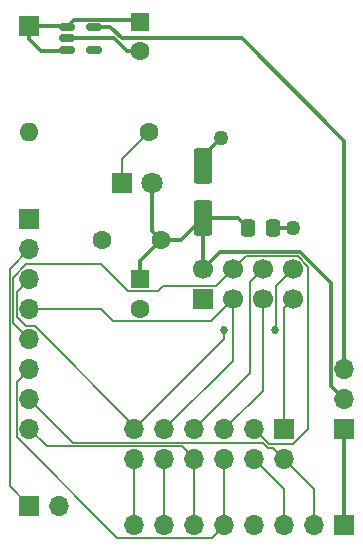
<source format=gbr>
%TF.GenerationSoftware,KiCad,Pcbnew,(7.0.0)*%
%TF.CreationDate,2024-08-26T11:17:35-04:00*%
%TF.ProjectId,nrf24l01_bob,6e726632-346c-4303-915f-626f622e6b69,rev?*%
%TF.SameCoordinates,Original*%
%TF.FileFunction,Copper,L1,Top*%
%TF.FilePolarity,Positive*%
%FSLAX46Y46*%
G04 Gerber Fmt 4.6, Leading zero omitted, Abs format (unit mm)*
G04 Created by KiCad (PCBNEW (7.0.0)) date 2024-08-26 11:17:35*
%MOMM*%
%LPD*%
G01*
G04 APERTURE LIST*
G04 Aperture macros list*
%AMRoundRect*
0 Rectangle with rounded corners*
0 $1 Rounding radius*
0 $2 $3 $4 $5 $6 $7 $8 $9 X,Y pos of 4 corners*
0 Add a 4 corners polygon primitive as box body*
4,1,4,$2,$3,$4,$5,$6,$7,$8,$9,$2,$3,0*
0 Add four circle primitives for the rounded corners*
1,1,$1+$1,$2,$3*
1,1,$1+$1,$4,$5*
1,1,$1+$1,$6,$7*
1,1,$1+$1,$8,$9*
0 Add four rect primitives between the rounded corners*
20,1,$1+$1,$2,$3,$4,$5,0*
20,1,$1+$1,$4,$5,$6,$7,0*
20,1,$1+$1,$6,$7,$8,$9,0*
20,1,$1+$1,$8,$9,$2,$3,0*%
G04 Aperture macros list end*
%TA.AperFunction,ComponentPad*%
%ADD10C,1.600000*%
%TD*%
%TA.AperFunction,ComponentPad*%
%ADD11O,1.600000X1.600000*%
%TD*%
%TA.AperFunction,ComponentPad*%
%ADD12R,1.800000X1.800000*%
%TD*%
%TA.AperFunction,ComponentPad*%
%ADD13C,1.800000*%
%TD*%
%TA.AperFunction,ComponentPad*%
%ADD14R,1.600000X1.600000*%
%TD*%
%TA.AperFunction,SMDPad,CuDef*%
%ADD15RoundRect,0.250000X-0.337500X-0.475000X0.337500X-0.475000X0.337500X0.475000X-0.337500X0.475000X0*%
%TD*%
%TA.AperFunction,SMDPad,CuDef*%
%ADD16RoundRect,0.250000X0.550000X-1.250000X0.550000X1.250000X-0.550000X1.250000X-0.550000X-1.250000X0*%
%TD*%
%TA.AperFunction,ComponentPad*%
%ADD17O,1.700000X1.700000*%
%TD*%
%TA.AperFunction,ComponentPad*%
%ADD18R,1.700000X1.700000*%
%TD*%
%TA.AperFunction,SMDPad,CuDef*%
%ADD19RoundRect,0.150000X-0.512500X-0.150000X0.512500X-0.150000X0.512500X0.150000X-0.512500X0.150000X0*%
%TD*%
%TA.AperFunction,ComponentPad*%
%ADD20C,1.700000*%
%TD*%
%TA.AperFunction,ViaPad*%
%ADD21C,0.685800*%
%TD*%
%TA.AperFunction,ViaPad*%
%ADD22C,1.270000*%
%TD*%
%TA.AperFunction,Conductor*%
%ADD23C,0.152400*%
%TD*%
%TA.AperFunction,Conductor*%
%ADD24C,0.304800*%
%TD*%
G04 APERTURE END LIST*
D10*
%TO.P,R1,1*%
%TO.N,Net-(D1-K)*%
X135382000Y-93218000D03*
D11*
%TO.P,R1,2*%
%TO.N,GND*%
X125221999Y-93217999D03*
%TD*%
D12*
%TO.P,D1,1,K*%
%TO.N,Net-(D1-K)*%
X133090999Y-97535999D03*
D13*
%TO.P,D1,2,A*%
%TO.N,/nrf_3v3*%
X135631000Y-97536000D03*
%TD*%
D14*
%TO.P,C5,1*%
%TO.N,/ext_5v*%
X134619999Y-83884887D03*
D10*
%TO.P,C5,2*%
%TO.N,GND*%
X134620000Y-86384888D03*
%TD*%
D15*
%TO.P,C4,1*%
%TO.N,/nrf_3v3*%
X143742500Y-101346000D03*
%TO.P,C4,2*%
%TO.N,GND*%
X145817500Y-101346000D03*
%TD*%
D16*
%TO.P,C3,1*%
%TO.N,/nrf_3v3*%
X139954000Y-100498000D03*
%TO.P,C3,2*%
%TO.N,GND*%
X139954000Y-96098000D03*
%TD*%
D10*
%TO.P,C2,1*%
%TO.N,/nrf_3v3*%
X136398000Y-102362000D03*
%TO.P,C2,2*%
%TO.N,GND*%
X131398000Y-102362000D03*
%TD*%
D14*
%TO.P,C1,1*%
%TO.N,/nrf_3v3*%
X134619999Y-105663999D03*
D10*
%TO.P,C1,2*%
%TO.N,GND*%
X134620000Y-108164000D03*
%TD*%
D17*
%TO.P,J12,12,Pin_12*%
%TO.N,/irq*%
X134111999Y-120903999D03*
%TO.P,J12,11,Pin_11*%
X134111999Y-118363999D03*
%TO.P,J12,10,Pin_10*%
%TO.N,/ce*%
X136651999Y-120903999D03*
%TO.P,J12,9,Pin_9*%
X136651999Y-118363999D03*
%TO.P,J12,8,Pin_8*%
%TO.N,/mosi*%
X139191999Y-120903999D03*
%TO.P,J12,7,Pin_7*%
X139191999Y-118363999D03*
%TO.P,J12,6,Pin_6*%
%TO.N,/sck*%
X141731999Y-120903999D03*
%TO.P,J12,5,Pin_5*%
X141731999Y-118363999D03*
%TO.P,J12,4,Pin_4*%
%TO.N,/csn*%
X144271999Y-120903999D03*
%TO.P,J12,3,Pin_3*%
X144271999Y-118363999D03*
%TO.P,J12,2,Pin_2*%
%TO.N,/miso*%
X146811999Y-120903999D03*
D18*
%TO.P,J12,1,Pin_1*%
X146811999Y-118363999D03*
%TD*%
D19*
%TO.P,U2,1,VIN*%
%TO.N,/ext_5v*%
X128402500Y-84328000D03*
%TO.P,U2,2,GND*%
%TO.N,GND*%
X128402500Y-85278000D03*
%TO.P,U2,3,EN*%
%TO.N,/ext_5v*%
X128402500Y-86228000D03*
%TO.P,U2,4,NC*%
%TO.N,unconnected-(U2-NC-Pad4)*%
X130677500Y-86228000D03*
%TO.P,U2,5,VOUT*%
%TO.N,/reg_3v3*%
X130677500Y-84328000D03*
%TD*%
D18*
%TO.P,U1,1,GND*%
%TO.N,GND*%
X139916999Y-107352999D03*
D20*
%TO.P,U1,2,VCC*%
%TO.N,/nrf_3v3*%
X139917000Y-104813000D03*
%TO.P,U1,3,CE*%
%TO.N,/ce*%
X142457000Y-107353000D03*
%TO.P,U1,4,~{CSN}*%
%TO.N,/csn*%
X142457000Y-104813000D03*
%TO.P,U1,5,SCK*%
%TO.N,/sck*%
X144997000Y-107353000D03*
%TO.P,U1,6,MOSI*%
%TO.N,/mosi*%
X144997000Y-104813000D03*
%TO.P,U1,7,MISO*%
%TO.N,/miso*%
X147537000Y-107353000D03*
%TO.P,U1,8,IRQ*%
%TO.N,/irq*%
X147537000Y-104813000D03*
%TD*%
D18*
%TO.P,J11,1,Pin_1*%
%TO.N,/gpio*%
X125221999Y-124832999D03*
D17*
%TO.P,J11,2,Pin_2*%
X127761999Y-124832999D03*
%TD*%
D18*
%TO.P,J10,1,Pin_1*%
%TO.N,GND*%
X125221999Y-100583999D03*
D17*
%TO.P,J10,2,Pin_2*%
%TO.N,/gpio*%
X125221999Y-103123999D03*
%TO.P,J10,3,Pin_3*%
%TO.N,/irq*%
X125221999Y-105663999D03*
%TO.P,J10,4,Pin_4*%
%TO.N,/ce*%
X125221999Y-108203999D03*
%TO.P,J10,5,Pin_5*%
%TO.N,/csn*%
X125221999Y-110743999D03*
%TO.P,J10,6,Pin_6*%
%TO.N,/sck*%
X125221999Y-113283999D03*
%TO.P,J10,7,Pin_7*%
%TO.N,/miso*%
X125221999Y-115823999D03*
%TO.P,J10,8,Pin_8*%
%TO.N,/mosi*%
X125221999Y-118363999D03*
%TD*%
D18*
%TO.P,J9,1,Pin_1*%
%TO.N,/hdr_3v3*%
X151891999Y-118363999D03*
D17*
%TO.P,J9,2,Pin_2*%
%TO.N,/nrf_3v3*%
X151891999Y-115823999D03*
%TO.P,J9,3,Pin_3*%
%TO.N,/reg_3v3*%
X151891999Y-113283999D03*
%TD*%
D18*
%TO.P,J8,1,Pin_1*%
%TO.N,/ext_5v*%
X125221999Y-84192999D03*
%TD*%
D17*
%TO.P,J1,8,Pin_8*%
%TO.N,/irq*%
X134111999Y-126491999D03*
%TO.P,J1,7,Pin_7*%
%TO.N,/ce*%
X136651999Y-126491999D03*
%TO.P,J1,6,Pin_6*%
%TO.N,/mosi*%
X139191999Y-126491999D03*
%TO.P,J1,5,Pin_5*%
%TO.N,/sck*%
X141731999Y-126491999D03*
%TO.P,J1,4,Pin_4*%
%TO.N,GND*%
X144271999Y-126491999D03*
%TO.P,J1,3,Pin_3*%
%TO.N,/csn*%
X146811999Y-126491999D03*
%TO.P,J1,2,Pin_2*%
%TO.N,/miso*%
X149351999Y-126491999D03*
D18*
%TO.P,J1,1,Pin_1*%
%TO.N,/hdr_3v3*%
X151891999Y-126491999D03*
%TD*%
D21*
%TO.N,/irq*%
X146050000Y-109982000D03*
X141732000Y-109982000D03*
D22*
%TO.N,GND*%
X147574000Y-101346000D03*
X141478000Y-93726000D03*
%TD*%
D23*
%TO.N,Net-(D1-K)*%
X133091000Y-95509000D02*
X135382000Y-93218000D01*
X133091000Y-97536000D02*
X133091000Y-95509000D01*
D24*
%TO.N,/nrf_3v3*%
X135631000Y-101595000D02*
X136398000Y-102362000D01*
X135631000Y-97536000D02*
X135631000Y-101595000D01*
D23*
%TO.N,/ce*%
X132306600Y-109192600D02*
X140617400Y-109192600D01*
X140617400Y-109192600D02*
X142457000Y-107353000D01*
X131318000Y-108204000D02*
X132306600Y-109192600D01*
X125222000Y-108204000D02*
X131318000Y-108204000D01*
D24*
%TO.N,/nrf_3v3*%
X134620000Y-104140000D02*
X134620000Y-105664000D01*
X136398000Y-102362000D02*
X134620000Y-104140000D01*
D23*
%TO.N,/csn*%
X140995600Y-106274400D02*
X142457000Y-104813000D01*
X133591400Y-106692600D02*
X136131400Y-106692600D01*
X136549600Y-106274400D02*
X140995600Y-106274400D01*
X131292800Y-104394000D02*
X133591400Y-106692600D01*
X136131400Y-106692600D02*
X136549600Y-106274400D01*
X124966629Y-104394000D02*
X131292800Y-104394000D01*
D24*
%TO.N,/nrf_3v3*%
X138090000Y-102362000D02*
X139954000Y-100498000D01*
X136398000Y-102362000D02*
X138090000Y-102362000D01*
%TO.N,GND*%
X132381742Y-85278000D02*
X133488630Y-86384888D01*
%TO.N,/reg_3v3*%
X143247588Y-85280088D02*
X151892000Y-93924500D01*
%TO.N,GND*%
X128402500Y-85278000D02*
X132381742Y-85278000D01*
%TO.N,/reg_3v3*%
X133029702Y-85280088D02*
X143247588Y-85280088D01*
X130677500Y-84328000D02*
X132077614Y-84328000D01*
X132077614Y-84328000D02*
X133029702Y-85280088D01*
X151892000Y-93924500D02*
X151892000Y-113284000D01*
%TO.N,GND*%
X133488630Y-86384888D02*
X134620000Y-86384888D01*
%TO.N,/ext_5v*%
X129007300Y-83723200D02*
X134458312Y-83723200D01*
X134458312Y-83723200D02*
X134620000Y-83884888D01*
X128402500Y-84328000D02*
X129007300Y-83723200D01*
X128327324Y-86303176D02*
X128402500Y-86228000D01*
X126177376Y-86303176D02*
X128327324Y-86303176D01*
X125222000Y-85347800D02*
X126177376Y-86303176D01*
X125222000Y-84193000D02*
X125222000Y-85347800D01*
X128267500Y-84193000D02*
X128402500Y-84328000D01*
X125222000Y-84193000D02*
X128267500Y-84193000D01*
D23*
%TO.N,/irq*%
X146075600Y-106274400D02*
X147537000Y-104813000D01*
X146050000Y-109982000D02*
X146075600Y-109956400D01*
X141732000Y-110744000D02*
X141732000Y-109982000D01*
X134112000Y-118364000D02*
X141732000Y-110744000D01*
X146075600Y-109956400D02*
X146075600Y-106274400D01*
%TO.N,/csn*%
X145542000Y-119634000D02*
X144272000Y-118364000D01*
X148844000Y-118364000D02*
X147574000Y-119634000D01*
X148844000Y-104594629D02*
X148844000Y-118364000D01*
X147983771Y-103734400D02*
X148844000Y-104594629D01*
X143535600Y-103734400D02*
X147983771Y-103734400D01*
X142457000Y-104813000D02*
X143535600Y-103734400D01*
%TO.N,/miso*%
X145846301Y-119938301D02*
X146812000Y-120904000D01*
X145415955Y-119938301D02*
X145846301Y-119938301D01*
%TO.N,/csn*%
X147574000Y-119634000D02*
X145542000Y-119634000D01*
%TO.N,/miso*%
X144998753Y-119521099D02*
X145415955Y-119938301D01*
X125222000Y-115824000D02*
X128919099Y-119521099D01*
D24*
%TO.N,/nrf_3v3*%
X150737200Y-114669200D02*
X151892000Y-115824000D01*
X148141380Y-103353899D02*
X150737200Y-105949719D01*
X141376101Y-103353899D02*
X148141380Y-103353899D01*
X139917000Y-104813000D02*
X141376101Y-103353899D01*
X150737200Y-105949719D02*
X150737200Y-114669200D01*
D23*
%TO.N,/miso*%
X128919099Y-119521099D02*
X144998753Y-119521099D01*
%TO.N,/csn*%
X123839099Y-109361099D02*
X123839099Y-105521530D01*
X125222000Y-110744000D02*
X123839099Y-109361099D01*
X123839099Y-105521530D02*
X124966629Y-104394000D01*
D24*
%TO.N,/nrf_3v3*%
X139917000Y-100535000D02*
X139917000Y-104813000D01*
X139954000Y-100498000D02*
X139917000Y-100535000D01*
X139954000Y-100498000D02*
X142894500Y-100498000D01*
X142894500Y-100498000D02*
X143742500Y-101346000D01*
%TO.N,GND*%
X145817500Y-101346000D02*
X147574000Y-101346000D01*
X139954000Y-95250000D02*
X141478000Y-93726000D01*
X139954000Y-96098000D02*
X139954000Y-95250000D01*
D23*
%TO.N,/irq*%
X134112000Y-118108629D02*
X134112000Y-118364000D01*
X124905400Y-109665400D02*
X125668771Y-109665400D01*
X124143400Y-108903400D02*
X124905400Y-109665400D01*
X124143400Y-106742600D02*
X124143400Y-108903400D01*
X125222000Y-105664000D02*
X124143400Y-106742600D01*
%TO.N,/gpio*%
X123534798Y-104811202D02*
X125222000Y-103124000D01*
%TO.N,/irq*%
X125668771Y-109665400D02*
X134112000Y-118108629D01*
%TO.N,/gpio*%
X123534798Y-123145798D02*
X123534798Y-104811202D01*
X125222000Y-124833000D02*
X123534798Y-123145798D01*
%TO.N,/ce*%
X142457000Y-112559000D02*
X136652000Y-118364000D01*
X142457000Y-107353000D02*
X142457000Y-112559000D01*
%TO.N,/sck*%
X132650600Y-127570600D02*
X140653400Y-127570600D01*
X124143400Y-119063400D02*
X132650600Y-127570600D01*
X140653400Y-127570600D02*
X141732000Y-126492000D01*
X125222000Y-113284000D02*
X124143400Y-114362600D01*
X124143400Y-114362600D02*
X124143400Y-119063400D01*
%TO.N,/mosi*%
X138113400Y-119825400D02*
X139192000Y-120904000D01*
X125222000Y-118364000D02*
X126683400Y-119825400D01*
X126683400Y-119825400D02*
X138113400Y-119825400D01*
%TO.N,/sck*%
X144997000Y-115099000D02*
X144997000Y-107353000D01*
X141732000Y-118364000D02*
X144997000Y-115099000D01*
%TO.N,/mosi*%
X143918400Y-105891600D02*
X144997000Y-104813000D01*
X143918400Y-113637600D02*
X143918400Y-105891600D01*
X139192000Y-118364000D02*
X143918400Y-113637600D01*
%TO.N,/miso*%
X146812000Y-108078000D02*
X147537000Y-107353000D01*
X146812000Y-118364000D02*
X146812000Y-108078000D01*
%TO.N,/irq*%
X134112000Y-126492000D02*
X134112000Y-120904000D01*
%TO.N,/ce*%
X136652000Y-126492000D02*
X136652000Y-120904000D01*
%TO.N,/mosi*%
X139192000Y-126492000D02*
X139192000Y-120904000D01*
%TO.N,/sck*%
X141732000Y-126492000D02*
X141732000Y-120904000D01*
%TO.N,/csn*%
X146812000Y-123444000D02*
X144272000Y-120904000D01*
X146812000Y-126492000D02*
X146812000Y-123444000D01*
%TO.N,/miso*%
X149352000Y-123444000D02*
X146812000Y-120904000D01*
X149352000Y-126492000D02*
X149352000Y-123444000D01*
D24*
%TO.N,/hdr_3v3*%
X151892000Y-118364000D02*
X151892000Y-126492000D01*
%TD*%
M02*

</source>
